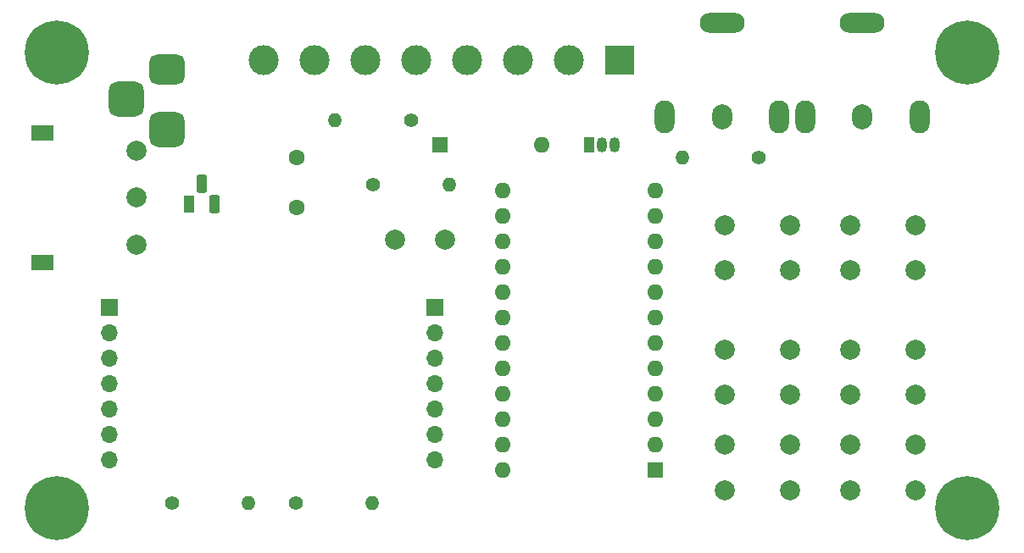
<source format=gbr>
%TF.GenerationSoftware,KiCad,Pcbnew,8.0.6*%
%TF.CreationDate,2025-01-26T17:36:13+01:00*%
%TF.ProjectId,cd-changer,63642d63-6861-46e6-9765-722e6b696361,rev?*%
%TF.SameCoordinates,Original*%
%TF.FileFunction,Soldermask,Bot*%
%TF.FilePolarity,Negative*%
%FSLAX46Y46*%
G04 Gerber Fmt 4.6, Leading zero omitted, Abs format (unit mm)*
G04 Created by KiCad (PCBNEW 8.0.6) date 2025-01-26 17:36:13*
%MOMM*%
%LPD*%
G01*
G04 APERTURE LIST*
G04 Aperture macros list*
%AMRoundRect*
0 Rectangle with rounded corners*
0 $1 Rounding radius*
0 $2 $3 $4 $5 $6 $7 $8 $9 X,Y pos of 4 corners*
0 Add a 4 corners polygon primitive as box body*
4,1,4,$2,$3,$4,$5,$6,$7,$8,$9,$2,$3,0*
0 Add four circle primitives for the rounded corners*
1,1,$1+$1,$2,$3*
1,1,$1+$1,$4,$5*
1,1,$1+$1,$6,$7*
1,1,$1+$1,$8,$9*
0 Add four rect primitives between the rounded corners*
20,1,$1+$1,$2,$3,$4,$5,0*
20,1,$1+$1,$4,$5,$6,$7,0*
20,1,$1+$1,$6,$7,$8,$9,0*
20,1,$1+$1,$8,$9,$2,$3,0*%
G04 Aperture macros list end*
%ADD10RoundRect,0.875000X-0.875000X0.875000X-0.875000X-0.875000X0.875000X-0.875000X0.875000X0.875000X0*%
%ADD11RoundRect,0.750000X-1.000000X0.750000X-1.000000X-0.750000X1.000000X-0.750000X1.000000X0.750000X0*%
%ADD12R,2.200000X1.500000*%
%ADD13C,2.000000*%
%ADD14O,2.000000X2.500000*%
%ADD15O,2.000000X3.300000*%
%ADD16O,4.500000X2.000000*%
%ADD17C,6.400000*%
%ADD18C,1.400000*%
%ADD19O,1.400000X1.400000*%
%ADD20R,3.000000X3.000000*%
%ADD21C,3.000000*%
%ADD22R,1.600000X1.600000*%
%ADD23O,1.600000X1.600000*%
%ADD24R,1.700000X1.700000*%
%ADD25O,1.700000X1.700000*%
%ADD26R,1.050000X1.500000*%
%ADD27O,1.050000X1.500000*%
%ADD28C,1.600000*%
%ADD29R,1.100000X1.800000*%
%ADD30RoundRect,0.275000X-0.275000X-0.625000X0.275000X-0.625000X0.275000X0.625000X-0.275000X0.625000X0*%
G04 APERTURE END LIST*
D10*
%TO.C,J6*%
X125032500Y-76150000D03*
D11*
X125032500Y-70150000D03*
D10*
X120982500Y-73150000D03*
%TD*%
D12*
%TO.C,SW1*%
X112602000Y-76523000D03*
X112602000Y-89477000D03*
D13*
X122000000Y-78301000D03*
X122000000Y-83000000D03*
X122000000Y-87699000D03*
%TD*%
D14*
%TO.C,J2*%
X180500000Y-74898000D03*
D15*
X174785000Y-74898000D03*
X186215000Y-74898000D03*
D16*
X180500000Y-65500000D03*
%TD*%
D14*
%TO.C,J1*%
X194500000Y-74898000D03*
D15*
X188785000Y-74898000D03*
X200215000Y-74898000D03*
D16*
X194500000Y-65500000D03*
%TD*%
D17*
%TO.C,REF\u002A\u002A*%
X114000000Y-68500000D03*
%TD*%
D18*
%TO.C,R3*%
X145660000Y-81720000D03*
D19*
X153280000Y-81720000D03*
%TD*%
D13*
%TO.C,SW5-Disc+1*%
X193280000Y-98220000D03*
X199780000Y-98220000D03*
X193280000Y-102720000D03*
X199780000Y-102720000D03*
%TD*%
D18*
%TO.C,R4*%
X125570000Y-113500000D03*
D19*
X133190000Y-113500000D03*
%TD*%
D17*
%TO.C,REF\u002A\u002A*%
X205000000Y-114000000D03*
%TD*%
D20*
%TO.C,J5*%
X170280000Y-69220000D03*
D21*
X165200000Y-69220000D03*
X160120000Y-69220000D03*
X155040000Y-69220000D03*
X149960000Y-69220000D03*
X144880000Y-69220000D03*
X139800000Y-69220000D03*
X134720000Y-69220000D03*
%TD*%
D13*
%TO.C,C2*%
X147780000Y-87220000D03*
X152780000Y-87220000D03*
%TD*%
D18*
%TO.C,R5*%
X137880000Y-113500000D03*
D19*
X145500000Y-113500000D03*
%TD*%
D13*
%TO.C,SW6-Disc-1*%
X193280000Y-107720000D03*
X199780000Y-107720000D03*
X193280000Y-112220000D03*
X199780000Y-112220000D03*
%TD*%
%TO.C,SW3-Tr+1*%
X180780000Y-98220000D03*
X187280000Y-98220000D03*
X180780000Y-102720000D03*
X187280000Y-102720000D03*
%TD*%
D18*
%TO.C,R2*%
X149400000Y-75220000D03*
D19*
X141780000Y-75220000D03*
%TD*%
D22*
%TO.C,U1*%
X173780000Y-110220000D03*
D23*
X173780000Y-107680000D03*
X173780000Y-105140000D03*
X173780000Y-102600000D03*
X173780000Y-100060000D03*
X173780000Y-97520000D03*
X173780000Y-94980000D03*
X173780000Y-92440000D03*
X173780000Y-89900000D03*
X173780000Y-87360000D03*
X173780000Y-84820000D03*
X173780000Y-82280000D03*
X158540000Y-82280000D03*
X158540000Y-84820000D03*
X158540000Y-87360000D03*
X158540000Y-89900000D03*
X158540000Y-92440000D03*
X158540000Y-94980000D03*
X158540000Y-97520000D03*
X158540000Y-100060000D03*
X158540000Y-102600000D03*
X158540000Y-105140000D03*
X158540000Y-107680000D03*
X158540000Y-110220000D03*
%TD*%
D24*
%TO.C,J4*%
X151780000Y-94000000D03*
D25*
X151780000Y-96540000D03*
X151780000Y-99080000D03*
X151780000Y-101620000D03*
X151780000Y-104160000D03*
X151780000Y-106700000D03*
X151780000Y-109240000D03*
%TD*%
D17*
%TO.C,REF\u002A\u002A*%
X114000000Y-114000000D03*
%TD*%
D13*
%TO.C,SW2-Stop1*%
X193280000Y-85720000D03*
X199780000Y-85720000D03*
X193280000Y-90220000D03*
X199780000Y-90220000D03*
%TD*%
%TO.C,SW4-Tr-1*%
X180780000Y-107720000D03*
X187280000Y-107720000D03*
X180780000Y-112220000D03*
X187280000Y-112220000D03*
%TD*%
D26*
%TO.C,Q1*%
X167240000Y-77720000D03*
D27*
X168510000Y-77720000D03*
X169780000Y-77720000D03*
%TD*%
D24*
%TO.C,J3*%
X119280000Y-93995000D03*
D25*
X119280000Y-96535000D03*
X119280000Y-99075000D03*
X119280000Y-101615000D03*
X119280000Y-104155000D03*
X119280000Y-106695000D03*
X119280000Y-109235000D03*
%TD*%
D28*
%TO.C,C1*%
X138000000Y-84000000D03*
X138000000Y-79000000D03*
%TD*%
D22*
%TO.C,D1*%
X152280000Y-77720000D03*
D23*
X162440000Y-77720000D03*
%TD*%
D13*
%TO.C,SW1-Play1*%
X180780000Y-85720000D03*
X187280000Y-85720000D03*
X180780000Y-90220000D03*
X187280000Y-90220000D03*
%TD*%
D29*
%TO.C,U2*%
X127230000Y-83670000D03*
D30*
X128500000Y-81600000D03*
X129770000Y-83670000D03*
%TD*%
D17*
%TO.C,REF\u002A\u002A*%
X205000000Y-68500000D03*
%TD*%
D18*
%TO.C,R1*%
X184120000Y-79000000D03*
D19*
X176500000Y-79000000D03*
%TD*%
M02*

</source>
